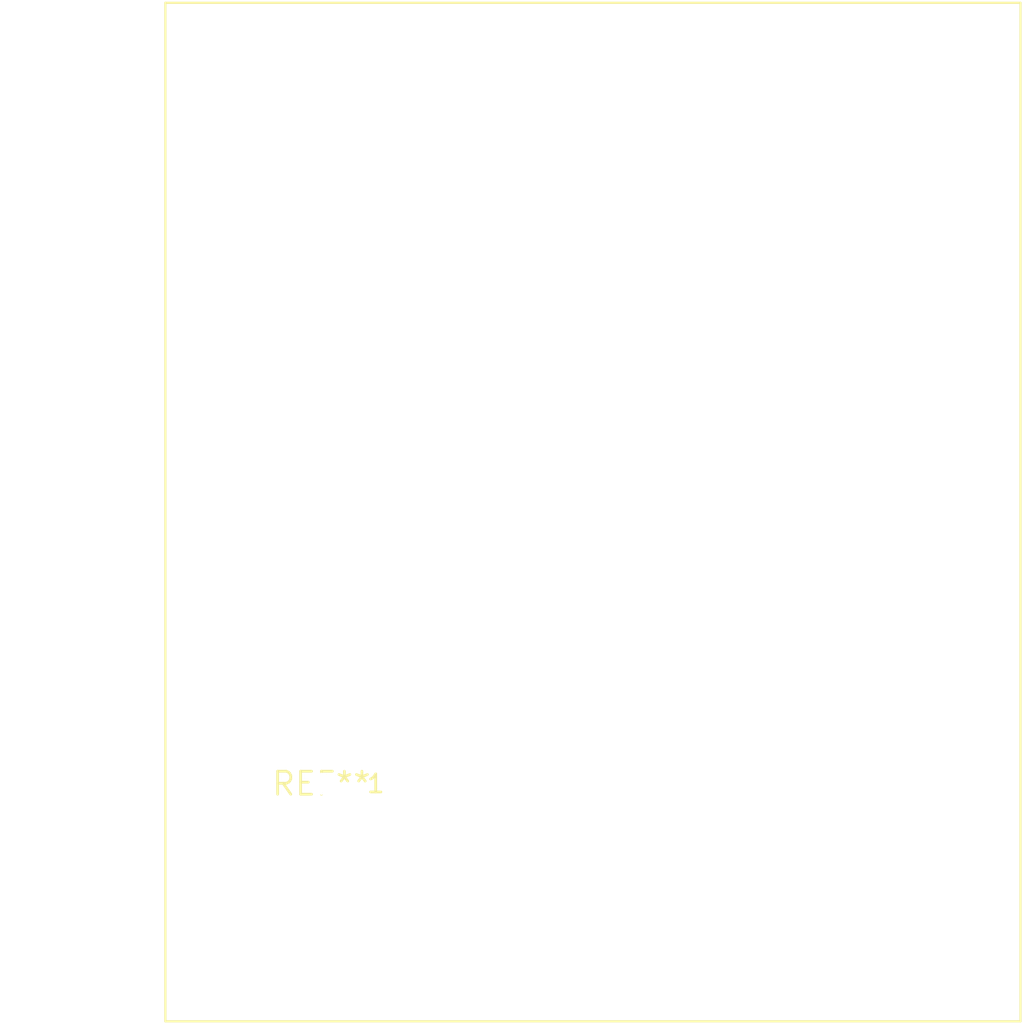
<source format=kicad_pcb>
(kicad_pcb (version 20240108) (generator pcbnew)
  (layers (0 "F.Cu" signal) (31 "B.Cu" signal) (34 "B.Paste" user) (35 "F.Paste" user) (36 "B.SilkS" user "B.Silkscreen") (37 "F.SilkS" user "F.Silkscreen") (38 "B.Mask" user) (39 "F.Mask" user) (44 "Edge.Cuts" user))
  (net 0 "")
  (footprint "Transformer_CHK_EI54-12VA_Neutral" (layer "F.Cu") (at 0 0)
    (property "Reference" "REF**")
    (property "Value" "Transformer_CHK_EI54-12VA_Neutral")
    (fp_line (start -8.62 -43.12) (end -8.62 13.12) (layer "F.SilkS") (stroke (width 0.12)))
    (fp_line (start -8.62 -43.12) (end 38.62 -43.12) (layer "F.SilkS") (stroke (width 0.12)))
    (fp_line (start 38.62 13.12) (end -8.62 13.12) (layer "F.SilkS") (stroke (width 0.12)))
    (fp_line (start 38.62 13.12) (end 38.62 -43.12) (layer "F.SilkS") (stroke (width 0.12)))
    (fp_text user "1" (at 3 0 0) (layer "F.SilkS"))
    (pad "1" thru_hole circle (at 0 0) (size 3 3) (drill 1.2) (layers *.Cu *.Mask) (remove_unused_layers))
    (pad "2" thru_hole circle (at 0 -5) (size 3 3) (drill 1.2) (layers *.Cu *.Mask) (remove_unused_layers))
    (pad "3" thru_hole circle (at 0 -10) (size 3 3) (drill 1.2) (layers *.Cu *.Mask) (remove_unused_layers))
    (pad "4" thru_hole circle (at 0 -15) (size 3 3) (drill 1.2) (layers *.Cu *.Mask) (remove_unused_layers))
    (pad "5" thru_hole circle (at 0 -20) (size 3 3) (drill 1.2) (layers *.Cu *.Mask) (remove_unused_layers))
    (pad "6" thru_hole circle (at 0 -25) (size 3 3) (drill 1.2) (layers *.Cu *.Mask) (remove_unused_layers))
    (pad "7" thru_hole circle (at 0 -30) (size 3 3) (drill 1.2) (layers *.Cu *.Mask) (remove_unused_layers))
    (pad "8" thru_hole circle (at 30 -30) (size 3 3) (drill 1.2) (layers *.Cu *.Mask) (remove_unused_layers))
    (pad "9" thru_hole circle (at 30 -25) (size 3 3) (drill 1.2) (layers *.Cu *.Mask) (remove_unused_layers))
    (pad "10" thru_hole circle (at 30 -20) (size 3 3) (drill 1.2) (layers *.Cu *.Mask) (remove_unused_layers))
    (pad "11" thru_hole circle (at 30 -15) (size 3 3) (drill 1.2) (layers *.Cu *.Mask) (remove_unused_layers))
    (pad "12" thru_hole circle (at 30 -10) (size 3 3) (drill 1.2) (layers *.Cu *.Mask) (remove_unused_layers))
    (pad "13" thru_hole circle (at 30 -5) (size 3 3) (drill 1.2) (layers *.Cu *.Mask) (remove_unused_layers))
    (pad "14" thru_hole circle (at 30 0) (size 3 3) (drill 1.2) (layers *.Cu *.Mask) (remove_unused_layers))
  )
)
</source>
